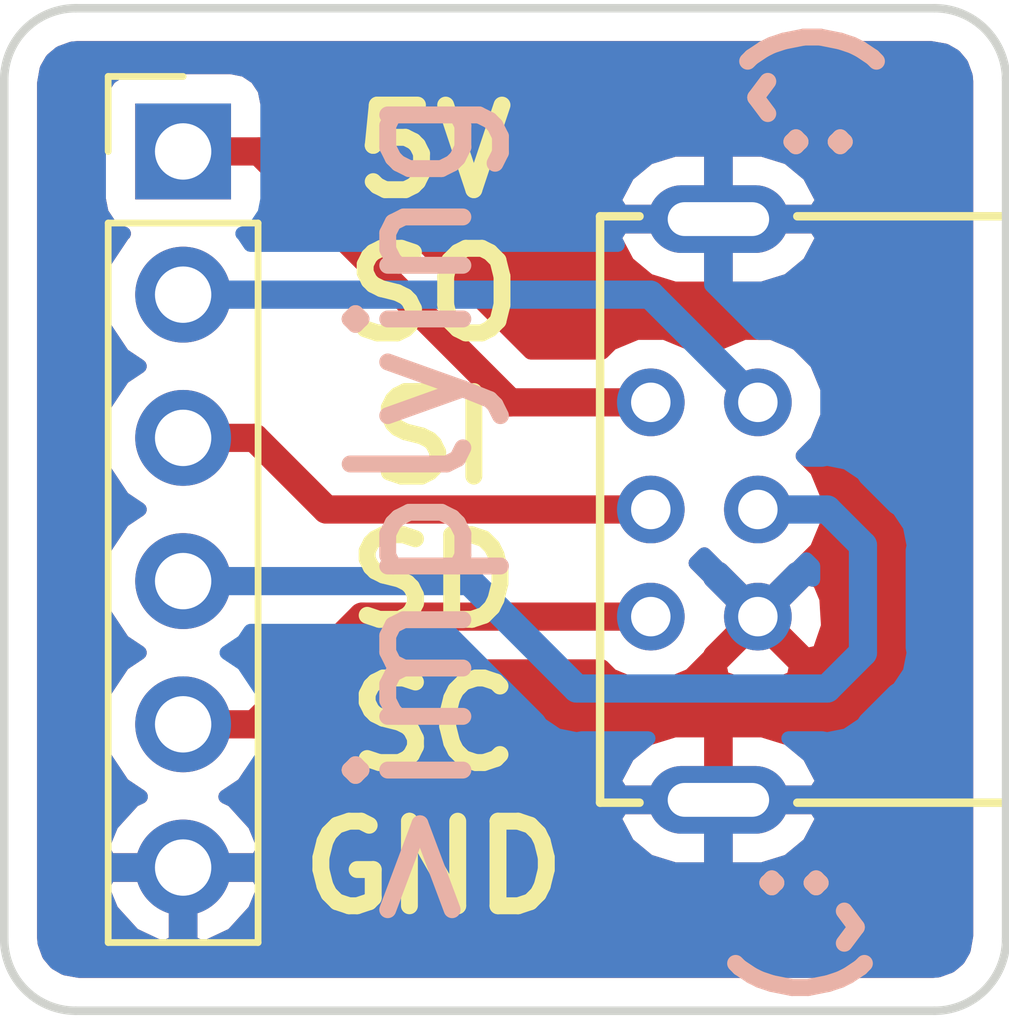
<source format=kicad_pcb>
(kicad_pcb (version 20171130) (host pcbnew 5.0.0)

  (general
    (thickness 1.6)
    (drawings 17)
    (tracks 18)
    (zones 0)
    (modules 2)
    (nets 7)
  )

  (page A4)
  (layers
    (0 F.Cu signal hide)
    (31 B.Cu signal hide)
    (32 B.Adhes user)
    (33 F.Adhes user)
    (34 B.Paste user)
    (35 F.Paste user)
    (36 B.SilkS user)
    (37 F.SilkS user)
    (38 B.Mask user)
    (39 F.Mask user)
    (40 Dwgs.User user)
    (41 Cmts.User user)
    (42 Eco1.User user)
    (43 Eco2.User user)
    (44 Edge.Cuts user)
    (45 Margin user)
    (46 B.CrtYd user)
    (47 F.CrtYd user)
    (48 B.Fab user)
    (49 F.Fab user)
  )

  (setup
    (last_trace_width 0.5)
    (trace_clearance 0.2)
    (zone_clearance 0.508)
    (zone_45_only no)
    (trace_min 0.2)
    (segment_width 0.2)
    (edge_width 0.15)
    (via_size 0.6)
    (via_drill 0.4)
    (via_min_size 0.4)
    (via_min_drill 0.3)
    (uvia_size 0.3)
    (uvia_drill 0.1)
    (uvias_allowed no)
    (uvia_min_size 0.2)
    (uvia_min_drill 0.1)
    (pcb_text_width 0.3)
    (pcb_text_size 1.5 1.5)
    (mod_edge_width 0.15)
    (mod_text_size 1 1)
    (mod_text_width 0.15)
    (pad_size 1.524 1.524)
    (pad_drill 0.762)
    (pad_to_mask_clearance 0.2)
    (aux_axis_origin 0 0)
    (visible_elements FFFFFF7F)
    (pcbplotparams
      (layerselection 0x010f0_ffffffff)
      (usegerberextensions false)
      (usegerberattributes false)
      (usegerberadvancedattributes false)
      (creategerberjobfile false)
      (excludeedgelayer true)
      (linewidth 0.100000)
      (plotframeref false)
      (viasonmask false)
      (mode 1)
      (useauxorigin false)
      (hpglpennumber 1)
      (hpglpenspeed 20)
      (hpglpendiameter 15.000000)
      (psnegative false)
      (psa4output false)
      (plotreference true)
      (plotvalue true)
      (plotinvisibletext false)
      (padsonsilk false)
      (subtractmaskfromsilk false)
      (outputformat 1)
      (mirror false)
      (drillshape 0)
      (scaleselection 1)
      (outputdirectory "output/"))
  )

  (net 0 "")
  (net 1 "Net-(J1-Pad1)")
  (net 2 "Net-(J1-Pad2)")
  (net 3 "Net-(J1-Pad3)")
  (net 4 "Net-(J1-Pad4)")
  (net 5 "Net-(J1-Pad5)")
  (net 6 "Net-(J1-Pad6)")

  (net_class Default "This is the default net class."
    (clearance 0.2)
    (trace_width 0.5)
    (via_dia 0.6)
    (via_drill 0.4)
    (uvia_dia 0.3)
    (uvia_drill 0.1)
    (add_net "Net-(J1-Pad1)")
    (add_net "Net-(J1-Pad2)")
    (add_net "Net-(J1-Pad3)")
    (add_net "Net-(J1-Pad4)")
    (add_net "Net-(J1-Pad5)")
    (add_net "Net-(J1-Pad6)")
  )

  (module Socket_Strips:Socket_Strip_Straight_1x06_Pitch2.54mm (layer F.Cu) (tedit 5AF36D6B) (tstamp 5AF365B7)
    (at 131.445 101.6)
    (descr "Through hole straight socket strip, 1x06, 2.54mm pitch, single row")
    (tags "Through hole socket strip THT 1x06 2.54mm single row")
    (path /5AF34A02)
    (fp_text reference J1 (at 0 -2.33) (layer Cmts.User)
      (effects (font (size 1 1) (thickness 0.15)))
    )
    (fp_text value Conn_01x06 (at 0 15.03) (layer F.Fab)
      (effects (font (size 1 1) (thickness 0.15)))
    )
    (fp_line (start -1.27 -1.27) (end -1.27 13.97) (layer F.Fab) (width 0.1))
    (fp_line (start -1.27 13.97) (end 1.27 13.97) (layer F.Fab) (width 0.1))
    (fp_line (start 1.27 13.97) (end 1.27 -1.27) (layer F.Fab) (width 0.1))
    (fp_line (start 1.27 -1.27) (end -1.27 -1.27) (layer F.Fab) (width 0.1))
    (fp_line (start -1.33 1.27) (end -1.33 14.03) (layer F.SilkS) (width 0.12))
    (fp_line (start -1.33 14.03) (end 1.33 14.03) (layer F.SilkS) (width 0.12))
    (fp_line (start 1.33 14.03) (end 1.33 1.27) (layer F.SilkS) (width 0.12))
    (fp_line (start 1.33 1.27) (end -1.33 1.27) (layer F.SilkS) (width 0.12))
    (fp_line (start -1.33 0) (end -1.33 -1.33) (layer F.SilkS) (width 0.12))
    (fp_line (start -1.33 -1.33) (end 0 -1.33) (layer F.SilkS) (width 0.12))
    (fp_line (start -1.8 -1.8) (end -1.8 14.5) (layer F.CrtYd) (width 0.05))
    (fp_line (start -1.8 14.5) (end 1.8 14.5) (layer F.CrtYd) (width 0.05))
    (fp_line (start 1.8 14.5) (end 1.8 -1.8) (layer F.CrtYd) (width 0.05))
    (fp_line (start 1.8 -1.8) (end -1.8 -1.8) (layer F.CrtYd) (width 0.05))
    (fp_text user %R (at 0 -2.33) (layer F.Fab)
      (effects (font (size 1 1) (thickness 0.15)))
    )
    (pad 1 thru_hole rect (at 0 0) (size 1.7 1.7) (drill 1) (layers *.Cu *.Mask)
      (net 1 "Net-(J1-Pad1)"))
    (pad 2 thru_hole oval (at 0 2.54) (size 1.7 1.7) (drill 1) (layers *.Cu *.Mask)
      (net 2 "Net-(J1-Pad2)"))
    (pad 3 thru_hole oval (at 0 5.08) (size 1.7 1.7) (drill 1) (layers *.Cu *.Mask)
      (net 3 "Net-(J1-Pad3)"))
    (pad 4 thru_hole oval (at 0 7.62) (size 1.7 1.7) (drill 1) (layers *.Cu *.Mask)
      (net 4 "Net-(J1-Pad4)"))
    (pad 5 thru_hole oval (at 0 10.16) (size 1.7 1.7) (drill 1) (layers *.Cu *.Mask)
      (net 5 "Net-(J1-Pad5)"))
    (pad 6 thru_hole oval (at 0 12.7) (size 1.7 1.7) (drill 1) (layers *.Cu *.Mask)
      (net 6 "Net-(J1-Pad6)"))
    (model ${KISYS3DMOD}/Socket_Strips.3dshapes/Socket_Strip_Straight_1x06_Pitch2.54mm.wrl
      (offset (xyz 0 -6.349999904632568 0))
      (scale (xyz 1 1 1))
      (rotate (xyz 0 0 270))
    )
  )

  (module LinkCablePort:USB3_A_Molex_48393-001 (layer F.Cu) (tedit 5AF36D59) (tstamp 5AF365D9)
    (at 144.145 107.95 270)
    (descr "USB 3.0, type A, right angle (http://www.molex.com/pdm_docs/sd/483930003_sd.pdf)")
    (tags "USB 3.0 type A right angle")
    (path /5AF3495A)
    (fp_text reference U1 (at 0 6.6 270) (layer Cmts.User)
      (effects (font (size 1 1) (thickness 0.15)))
    )
    (fp_text value LinkCablePort (at 0 -4.5 270) (layer F.Fab)
      (effects (font (size 1 1) (thickness 0.15)))
    )
    (fp_line (start -5.9 -3.5) (end -5.9 5.8) (layer F.CrtYd) (width 0.05))
    (fp_line (start 5.9 5.8) (end 5.9 -3.5) (layer F.CrtYd) (width 0.05))
    (fp_line (start 5.9 -3.5) (end -5.9 -3.5) (layer F.CrtYd) (width 0.05))
    (fp_line (start -5.9 5.8) (end 5.9 5.8) (layer F.CrtYd) (width 0.05))
    (fp_line (start 5.1 5.2) (end 5.1 -2.9) (layer F.Fab) (width 0.15))
    (fp_line (start 5.1 -2.9) (end -5.1 -2.9) (layer F.Fab) (width 0.15))
    (fp_line (start -5.1 -2.9) (end -5.1 5.2) (layer F.Fab) (width 0.15))
    (fp_line (start -5.1 5.2) (end 5.1 5.2) (layer F.Fab) (width 0.15))
    (fp_line (start 5.2 -3) (end 5.2 1.8) (layer F.SilkS) (width 0.15))
    (fp_line (start -5.2 -3) (end -5.2 1.8) (layer F.SilkS) (width 0.15))
    (fp_line (start -5.2 -3) (end 5.2 -3) (layer F.SilkS) (width 0.15))
    (fp_line (start 5.2 5.3) (end 5.2 4.6) (layer F.SilkS) (width 0.15))
    (fp_line (start -5.2 5.3) (end -5.2 4.6) (layer F.SilkS) (width 0.15))
    (fp_line (start -5.2 5.3) (end 5.2 5.3) (layer F.SilkS) (width 0.15))
    (fp_text user %R (at 0 6.6 270) (layer F.Fab)
      (effects (font (size 1 1) (thickness 0.15)))
    )
    (pad 1 thru_hole circle (at -1.9 4.4 270) (size 1.2 1.2) (drill 0.7) (layers *.Cu *.Mask)
      (net 1 "Net-(J1-Pad1)"))
    (pad 2 thru_hole circle (at -1.9 2.5 270) (size 1.2 1.2) (drill 0.7) (layers *.Cu *.Mask)
      (net 2 "Net-(J1-Pad2)"))
    (pad 3 thru_hole circle (at 0 4.4 270) (size 1.2 1.2) (drill 0.7) (layers *.Cu *.Mask)
      (net 3 "Net-(J1-Pad3)"))
    (pad 4 thru_hole circle (at 0 2.5 270) (size 1.2 1.2) (drill 0.7) (layers *.Cu *.Mask)
      (net 4 "Net-(J1-Pad4)"))
    (pad 5 thru_hole circle (at 1.9 4.4 270) (size 1.2 1.2) (drill 0.7) (layers *.Cu *.Mask)
      (net 5 "Net-(J1-Pad5)"))
    (pad 6 thru_hole circle (at 1.9 2.5 270) (size 1.2 1.2) (drill 0.7) (layers *.Cu *.Mask)
      (net 6 "Net-(J1-Pad6)"))
    (pad 6 thru_hole oval (at 5.15 3.2 270) (size 1.2 2.5) (drill oval 0.6 1.8) (layers *.Cu *.Mask)
      (net 6 "Net-(J1-Pad6)"))
    (pad 6 thru_hole oval (at -5.15 3.2 270) (size 1.2 2.5) (drill oval 0.6 1.8) (layers *.Cu *.Mask)
      (net 6 "Net-(J1-Pad6)"))
    (model ${KISYS3DMOD}/Connectors_USB.3dshapes/USB3_A_Molex_48393-001.wrl
      (at (xyz 0 0 0))
      (scale (xyz 1 1 1))
      (rotate (xyz 0 0 0))
    )
  )

  (gr_text >implying (at 135.5 108 90) (layer B.SilkS)
    (effects (font (size 2 2) (thickness 0.3)))
  )
  (gr_text ":^)" (at 142.5 115.5 270) (layer B.SilkS) (tstamp 5B9959CE)
    (effects (font (size 1.5 1.5) (thickness 0.3)))
  )
  (gr_text ":^)" (at 142.5 100.5 90) (layer B.SilkS)
    (effects (font (size 1.5 1.5) (thickness 0.3)))
  )
  (gr_line (start 129.54 99.06) (end 144.78 99.06) (layer Edge.Cuts) (width 0.15))
  (gr_line (start 128.27 115.57) (end 128.27 100.33) (layer Edge.Cuts) (width 0.15))
  (gr_line (start 144.78 116.84) (end 129.54 116.84) (layer Edge.Cuts) (width 0.15))
  (gr_line (start 146.05 100.33) (end 146.05 115.57) (layer Edge.Cuts) (width 0.15))
  (gr_arc (start 144.78 115.57) (end 146.05 115.57) (angle 90) (layer Edge.Cuts) (width 0.15))
  (gr_arc (start 129.54 115.57) (end 129.54 116.84) (angle 90) (layer Edge.Cuts) (width 0.15))
  (gr_arc (start 144.78 100.33) (end 144.78 99.06) (angle 90) (layer Edge.Cuts) (width 0.15))
  (gr_arc (start 129.54 100.33) (end 128.27 100.33) (angle 90) (layer Edge.Cuts) (width 0.15))
  (gr_text GND (at 135.89 114.3) (layer F.SilkS)
    (effects (font (size 1.5 1.5) (thickness 0.3)))
  )
  (gr_text SC (at 135.89 111.76) (layer F.SilkS)
    (effects (font (size 1.5 1.5) (thickness 0.3)))
  )
  (gr_text SD (at 135.89 109.22) (layer F.SilkS)
    (effects (font (size 1.5 1.5) (thickness 0.3)))
  )
  (gr_text SI (at 135.89 106.68) (layer F.SilkS)
    (effects (font (size 1.5 1.5) (thickness 0.3)))
  )
  (gr_text SO (at 135.89 104.14) (layer F.SilkS)
    (effects (font (size 1.5 1.5) (thickness 0.3)))
  )
  (gr_text "5V\n" (at 135.89 101.6) (layer F.SilkS)
    (effects (font (size 1.5 1.5) (thickness 0.3)))
  )

  (segment (start 131.445 101.6) (end 132.795 101.6) (width 0.5) (layer F.Cu) (net 1))
  (segment (start 132.795 101.6) (end 137.245 106.05) (width 0.5) (layer F.Cu) (net 1))
  (segment (start 137.245 106.05) (end 139.745 106.05) (width 0.5) (layer F.Cu) (net 1))
  (segment (start 131.445 104.14) (end 139.735 104.14) (width 0.5) (layer B.Cu) (net 2))
  (segment (start 139.735 104.14) (end 141.645 106.05) (width 0.5) (layer B.Cu) (net 2))
  (segment (start 132.715 106.68) (end 133.985 107.95) (width 0.5) (layer F.Cu) (net 3))
  (segment (start 133.985 107.95) (end 139.745 107.95) (width 0.5) (layer F.Cu) (net 3))
  (segment (start 131.445 106.68) (end 132.715 106.68) (width 0.5) (layer F.Cu) (net 3))
  (segment (start 142.875 107.95) (end 141.645 107.95) (width 0.5) (layer B.Cu) (net 4))
  (segment (start 143.51 108.585) (end 142.875 107.95) (width 0.5) (layer B.Cu) (net 4))
  (segment (start 143.51 110.49) (end 143.51 108.585) (width 0.5) (layer B.Cu) (net 4))
  (segment (start 142.875 111.125) (end 143.51 110.49) (width 0.5) (layer B.Cu) (net 4))
  (segment (start 138.43 111.125) (end 142.875 111.125) (width 0.5) (layer B.Cu) (net 4))
  (segment (start 136.525 109.22) (end 138.43 111.125) (width 0.5) (layer B.Cu) (net 4))
  (segment (start 131.445 109.22) (end 136.525 109.22) (width 0.5) (layer B.Cu) (net 4))
  (segment (start 132.715 111.76) (end 134.625 109.85) (width 0.5) (layer F.Cu) (net 5))
  (segment (start 134.625 109.85) (end 139.745 109.85) (width 0.5) (layer F.Cu) (net 5))
  (segment (start 131.445 111.76) (end 132.715 111.76) (width 0.5) (layer F.Cu) (net 5))

  (zone (net 6) (net_name "Net-(J1-Pad6)") (layer F.Cu) (tstamp 5B995A27) (hatch edge 0.508)
    (connect_pads (clearance 0.508))
    (min_thickness 0.254)
    (fill yes (arc_segments 16) (thermal_gap 0.508) (thermal_bridge_width 0.508))
    (polygon
      (pts
        (xy 146.05 116.84) (xy 146.05 99.06) (xy 128.27 99.06) (xy 128.27 116.84)
      )
    )
    (filled_polygon
      (pts
        (xy 144.967787 99.814065) (xy 145.13292 99.909405) (xy 145.255488 100.055477) (xy 145.331555 100.264465) (xy 145.34 100.360996)
        (xy 145.340001 115.507875) (xy 145.295935 115.757787) (xy 145.200596 115.922919) (xy 145.054524 116.045488) (xy 144.845532 116.121555)
        (xy 144.749004 116.13) (xy 129.602119 116.13) (xy 129.352213 116.085935) (xy 129.187081 115.990596) (xy 129.064512 115.844524)
        (xy 128.988445 115.635532) (xy 128.98 115.539004) (xy 128.98 114.65689) (xy 130.003524 114.65689) (xy 130.173355 115.066924)
        (xy 130.563642 115.495183) (xy 131.088108 115.741486) (xy 131.318 115.620819) (xy 131.318 114.427) (xy 131.572 114.427)
        (xy 131.572 115.620819) (xy 131.801892 115.741486) (xy 132.326358 115.495183) (xy 132.716645 115.066924) (xy 132.886476 114.65689)
        (xy 132.765155 114.427) (xy 131.572 114.427) (xy 131.318 114.427) (xy 130.124845 114.427) (xy 130.003524 114.65689)
        (xy 128.98 114.65689) (xy 128.98 104.14) (xy 129.930908 104.14) (xy 130.046161 104.719418) (xy 130.374375 105.210625)
        (xy 130.672761 105.41) (xy 130.374375 105.609375) (xy 130.046161 106.100582) (xy 129.930908 106.68) (xy 130.046161 107.259418)
        (xy 130.374375 107.750625) (xy 130.672761 107.95) (xy 130.374375 108.149375) (xy 130.046161 108.640582) (xy 129.930908 109.22)
        (xy 130.046161 109.799418) (xy 130.374375 110.290625) (xy 130.672761 110.49) (xy 130.374375 110.689375) (xy 130.046161 111.180582)
        (xy 129.930908 111.76) (xy 130.046161 112.339418) (xy 130.374375 112.830625) (xy 130.693478 113.043843) (xy 130.563642 113.104817)
        (xy 130.173355 113.533076) (xy 130.003524 113.94311) (xy 130.124845 114.173) (xy 131.318 114.173) (xy 131.318 114.153)
        (xy 131.572 114.153) (xy 131.572 114.173) (xy 132.765155 114.173) (xy 132.886476 113.94311) (xy 132.716645 113.533076)
        (xy 132.611416 113.417609) (xy 139.101538 113.417609) (xy 139.105408 113.455281) (xy 139.33192 113.883474) (xy 139.705053 114.19239)
        (xy 140.168 114.335) (xy 140.818 114.335) (xy 140.818 113.227) (xy 141.072 113.227) (xy 141.072 114.335)
        (xy 141.722 114.335) (xy 142.184947 114.19239) (xy 142.55808 113.883474) (xy 142.784592 113.455281) (xy 142.788462 113.417609)
        (xy 142.663731 113.227) (xy 141.072 113.227) (xy 140.818 113.227) (xy 139.226269 113.227) (xy 139.101538 113.417609)
        (xy 132.611416 113.417609) (xy 132.326358 113.104817) (xy 132.196522 113.043843) (xy 132.515625 112.830625) (xy 132.547853 112.782391)
        (xy 139.101538 112.782391) (xy 139.226269 112.973) (xy 140.818 112.973) (xy 140.818 111.865) (xy 141.072 111.865)
        (xy 141.072 112.973) (xy 142.663731 112.973) (xy 142.788462 112.782391) (xy 142.784592 112.744719) (xy 142.55808 112.316526)
        (xy 142.184947 112.00761) (xy 141.722 111.865) (xy 141.072 111.865) (xy 140.818 111.865) (xy 140.168 111.865)
        (xy 139.705053 112.00761) (xy 139.33192 112.316526) (xy 139.105408 112.744719) (xy 139.101538 112.782391) (xy 132.547853 112.782391)
        (xy 132.638269 112.647075) (xy 132.715 112.662337) (xy 132.802161 112.645) (xy 132.802165 112.645) (xy 133.06031 112.593652)
        (xy 133.353049 112.398049) (xy 133.402425 112.324153) (xy 134.991579 110.735) (xy 138.883447 110.735) (xy 139.045429 110.896982)
        (xy 139.499343 111.085) (xy 139.990657 111.085) (xy 140.444571 110.896982) (xy 140.628818 110.712735) (xy 140.96187 110.712735)
        (xy 141.011383 110.938164) (xy 141.476036 111.097807) (xy 141.966413 111.067482) (xy 142.278617 110.938164) (xy 142.32813 110.712735)
        (xy 141.645 110.029605) (xy 140.96187 110.712735) (xy 140.628818 110.712735) (xy 140.791982 110.549571) (xy 140.810479 110.504916)
        (xy 141.465395 109.85) (xy 141.824605 109.85) (xy 142.507735 110.53313) (xy 142.733164 110.483617) (xy 142.892807 110.018964)
        (xy 142.862482 109.528587) (xy 142.733164 109.216383) (xy 142.507735 109.16687) (xy 141.824605 109.85) (xy 141.465395 109.85)
        (xy 140.810479 109.195084) (xy 140.791982 109.150429) (xy 140.541553 108.9) (xy 140.695 108.746553) (xy 140.945429 108.996982)
        (xy 140.990084 109.015479) (xy 141.645 109.670395) (xy 142.299916 109.015479) (xy 142.344571 108.996982) (xy 142.691982 108.649571)
        (xy 142.88 108.195657) (xy 142.88 107.704343) (xy 142.691982 107.250429) (xy 142.441553 107) (xy 142.691982 106.749571)
        (xy 142.88 106.295657) (xy 142.88 105.804343) (xy 142.691982 105.350429) (xy 142.344571 105.003018) (xy 141.890657 104.815)
        (xy 141.399343 104.815) (xy 140.945429 105.003018) (xy 140.695 105.253447) (xy 140.444571 105.003018) (xy 139.990657 104.815)
        (xy 139.499343 104.815) (xy 139.045429 105.003018) (xy 138.883447 105.165) (xy 137.611579 105.165) (xy 135.564188 103.117609)
        (xy 139.101538 103.117609) (xy 139.105408 103.155281) (xy 139.33192 103.583474) (xy 139.705053 103.89239) (xy 140.168 104.035)
        (xy 140.818 104.035) (xy 140.818 102.927) (xy 141.072 102.927) (xy 141.072 104.035) (xy 141.722 104.035)
        (xy 142.184947 103.89239) (xy 142.55808 103.583474) (xy 142.784592 103.155281) (xy 142.788462 103.117609) (xy 142.663731 102.927)
        (xy 141.072 102.927) (xy 140.818 102.927) (xy 139.226269 102.927) (xy 139.101538 103.117609) (xy 135.564188 103.117609)
        (xy 134.92897 102.482391) (xy 139.101538 102.482391) (xy 139.226269 102.673) (xy 140.818 102.673) (xy 140.818 101.565)
        (xy 141.072 101.565) (xy 141.072 102.673) (xy 142.663731 102.673) (xy 142.788462 102.482391) (xy 142.784592 102.444719)
        (xy 142.55808 102.016526) (xy 142.184947 101.70761) (xy 141.722 101.565) (xy 141.072 101.565) (xy 140.818 101.565)
        (xy 140.168 101.565) (xy 139.705053 101.70761) (xy 139.33192 102.016526) (xy 139.105408 102.444719) (xy 139.101538 102.482391)
        (xy 134.92897 102.482391) (xy 133.482425 101.035847) (xy 133.433049 100.961951) (xy 133.14031 100.766348) (xy 132.937674 100.726041)
        (xy 132.893157 100.502235) (xy 132.752809 100.292191) (xy 132.542765 100.151843) (xy 132.295 100.10256) (xy 130.595 100.10256)
        (xy 130.347235 100.151843) (xy 130.137191 100.292191) (xy 129.996843 100.502235) (xy 129.94756 100.75) (xy 129.94756 102.45)
        (xy 129.996843 102.697765) (xy 130.137191 102.907809) (xy 130.347235 103.048157) (xy 130.392619 103.057184) (xy 130.374375 103.069375)
        (xy 130.046161 103.560582) (xy 129.930908 104.14) (xy 128.98 104.14) (xy 128.98 100.392119) (xy 129.024065 100.142213)
        (xy 129.119405 99.97708) (xy 129.265477 99.854512) (xy 129.474465 99.778445) (xy 129.570996 99.77) (xy 144.717881 99.77)
      )
    )
  )
  (zone (net 6) (net_name "Net-(J1-Pad6)") (layer B.Cu) (tstamp 5B995A24) (hatch edge 0.508)
    (connect_pads (clearance 0.508))
    (min_thickness 0.254)
    (fill yes (arc_segments 16) (thermal_gap 0.508) (thermal_bridge_width 0.508))
    (polygon
      (pts
        (xy 128.27 99.06) (xy 146.05 99.06) (xy 146.05 116.84) (xy 128.27 116.84)
      )
    )
    (filled_polygon
      (pts
        (xy 144.967787 99.814065) (xy 145.13292 99.909405) (xy 145.255488 100.055477) (xy 145.331555 100.264465) (xy 145.34 100.360996)
        (xy 145.340001 115.507875) (xy 145.295935 115.757787) (xy 145.200596 115.922919) (xy 145.054524 116.045488) (xy 144.845532 116.121555)
        (xy 144.749004 116.13) (xy 129.602119 116.13) (xy 129.352213 116.085935) (xy 129.187081 115.990596) (xy 129.064512 115.844524)
        (xy 128.988445 115.635532) (xy 128.98 115.539004) (xy 128.98 114.65689) (xy 130.003524 114.65689) (xy 130.173355 115.066924)
        (xy 130.563642 115.495183) (xy 131.088108 115.741486) (xy 131.318 115.620819) (xy 131.318 114.427) (xy 131.572 114.427)
        (xy 131.572 115.620819) (xy 131.801892 115.741486) (xy 132.326358 115.495183) (xy 132.716645 115.066924) (xy 132.886476 114.65689)
        (xy 132.765155 114.427) (xy 131.572 114.427) (xy 131.318 114.427) (xy 130.124845 114.427) (xy 130.003524 114.65689)
        (xy 128.98 114.65689) (xy 128.98 104.14) (xy 129.930908 104.14) (xy 130.046161 104.719418) (xy 130.374375 105.210625)
        (xy 130.672761 105.41) (xy 130.374375 105.609375) (xy 130.046161 106.100582) (xy 129.930908 106.68) (xy 130.046161 107.259418)
        (xy 130.374375 107.750625) (xy 130.672761 107.95) (xy 130.374375 108.149375) (xy 130.046161 108.640582) (xy 129.930908 109.22)
        (xy 130.046161 109.799418) (xy 130.374375 110.290625) (xy 130.672761 110.49) (xy 130.374375 110.689375) (xy 130.046161 111.180582)
        (xy 129.930908 111.76) (xy 130.046161 112.339418) (xy 130.374375 112.830625) (xy 130.693478 113.043843) (xy 130.563642 113.104817)
        (xy 130.173355 113.533076) (xy 130.003524 113.94311) (xy 130.124845 114.173) (xy 131.318 114.173) (xy 131.318 114.153)
        (xy 131.572 114.153) (xy 131.572 114.173) (xy 132.765155 114.173) (xy 132.886476 113.94311) (xy 132.716645 113.533076)
        (xy 132.611416 113.417609) (xy 139.101538 113.417609) (xy 139.105408 113.455281) (xy 139.33192 113.883474) (xy 139.705053 114.19239)
        (xy 140.168 114.335) (xy 140.818 114.335) (xy 140.818 113.227) (xy 141.072 113.227) (xy 141.072 114.335)
        (xy 141.722 114.335) (xy 142.184947 114.19239) (xy 142.55808 113.883474) (xy 142.784592 113.455281) (xy 142.788462 113.417609)
        (xy 142.663731 113.227) (xy 141.072 113.227) (xy 140.818 113.227) (xy 139.226269 113.227) (xy 139.101538 113.417609)
        (xy 132.611416 113.417609) (xy 132.326358 113.104817) (xy 132.196522 113.043843) (xy 132.515625 112.830625) (xy 132.843839 112.339418)
        (xy 132.959092 111.76) (xy 132.843839 111.180582) (xy 132.515625 110.689375) (xy 132.217239 110.49) (xy 132.515625 110.290625)
        (xy 132.639656 110.105) (xy 136.158422 110.105) (xy 137.742577 111.689156) (xy 137.791951 111.763049) (xy 137.865844 111.812423)
        (xy 137.865845 111.812424) (xy 138.08469 111.958652) (xy 138.342835 112.01) (xy 138.342839 112.01) (xy 138.43 112.027337)
        (xy 138.517161 112.01) (xy 139.702166 112.01) (xy 139.33192 112.316526) (xy 139.105408 112.744719) (xy 139.101538 112.782391)
        (xy 139.226269 112.973) (xy 140.818 112.973) (xy 140.818 112.953) (xy 141.072 112.953) (xy 141.072 112.973)
        (xy 142.663731 112.973) (xy 142.788462 112.782391) (xy 142.784592 112.744719) (xy 142.55808 112.316526) (xy 142.187834 112.01)
        (xy 142.787839 112.01) (xy 142.875 112.027337) (xy 142.962161 112.01) (xy 142.962165 112.01) (xy 143.22031 111.958652)
        (xy 143.513049 111.763049) (xy 143.562425 111.689154) (xy 144.074156 111.177423) (xy 144.148049 111.128049) (xy 144.343652 110.83531)
        (xy 144.395 110.577165) (xy 144.395 110.577161) (xy 144.412337 110.49) (xy 144.395 110.402839) (xy 144.395 108.672161)
        (xy 144.412337 108.585) (xy 144.395 108.497839) (xy 144.395 108.497835) (xy 144.343652 108.23969) (xy 144.31423 108.195657)
        (xy 144.197424 108.020845) (xy 144.197423 108.020844) (xy 144.148049 107.946951) (xy 144.074156 107.897577) (xy 143.562425 107.385846)
        (xy 143.513049 107.311951) (xy 143.22031 107.116348) (xy 142.962165 107.065) (xy 142.962161 107.065) (xy 142.875 107.047663)
        (xy 142.787839 107.065) (xy 142.506553 107.065) (xy 142.441553 107) (xy 142.691982 106.749571) (xy 142.88 106.295657)
        (xy 142.88 105.804343) (xy 142.691982 105.350429) (xy 142.344571 105.003018) (xy 141.890657 104.815) (xy 141.661579 104.815)
        (xy 140.818 103.971422) (xy 140.818 102.927) (xy 141.072 102.927) (xy 141.072 104.035) (xy 141.722 104.035)
        (xy 142.184947 103.89239) (xy 142.55808 103.583474) (xy 142.784592 103.155281) (xy 142.788462 103.117609) (xy 142.663731 102.927)
        (xy 141.072 102.927) (xy 140.818 102.927) (xy 139.226269 102.927) (xy 139.101538 103.117609) (xy 139.105408 103.155281)
        (xy 139.158159 103.255) (xy 132.639656 103.255) (xy 132.515625 103.069375) (xy 132.497381 103.057184) (xy 132.542765 103.048157)
        (xy 132.752809 102.907809) (xy 132.893157 102.697765) (xy 132.935997 102.482391) (xy 139.101538 102.482391) (xy 139.226269 102.673)
        (xy 140.818 102.673) (xy 140.818 101.565) (xy 141.072 101.565) (xy 141.072 102.673) (xy 142.663731 102.673)
        (xy 142.788462 102.482391) (xy 142.784592 102.444719) (xy 142.55808 102.016526) (xy 142.184947 101.70761) (xy 141.722 101.565)
        (xy 141.072 101.565) (xy 140.818 101.565) (xy 140.168 101.565) (xy 139.705053 101.70761) (xy 139.33192 102.016526)
        (xy 139.105408 102.444719) (xy 139.101538 102.482391) (xy 132.935997 102.482391) (xy 132.94244 102.45) (xy 132.94244 100.75)
        (xy 132.893157 100.502235) (xy 132.752809 100.292191) (xy 132.542765 100.151843) (xy 132.295 100.10256) (xy 130.595 100.10256)
        (xy 130.347235 100.151843) (xy 130.137191 100.292191) (xy 129.996843 100.502235) (xy 129.94756 100.75) (xy 129.94756 102.45)
        (xy 129.996843 102.697765) (xy 130.137191 102.907809) (xy 130.347235 103.048157) (xy 130.392619 103.057184) (xy 130.374375 103.069375)
        (xy 130.046161 103.560582) (xy 129.930908 104.14) (xy 128.98 104.14) (xy 128.98 100.392119) (xy 129.024065 100.142213)
        (xy 129.119405 99.97708) (xy 129.265477 99.854512) (xy 129.474465 99.778445) (xy 129.570996 99.77) (xy 144.717881 99.77)
      )
    )
    (filled_polygon
      (pts
        (xy 140.945429 108.996982) (xy 140.990084 109.015479) (xy 141.645 109.670395) (xy 142.299916 109.015479) (xy 142.344571 108.996982)
        (xy 142.506553 108.835) (xy 142.508422 108.835) (xy 142.625001 108.951579) (xy 142.625001 109.192626) (xy 142.507735 109.16687)
        (xy 141.824605 109.85) (xy 141.838748 109.864143) (xy 141.659143 110.043748) (xy 141.645 110.029605) (xy 141.630858 110.043748)
        (xy 141.451253 109.864143) (xy 141.465395 109.85) (xy 140.810479 109.195084) (xy 140.791982 109.150429) (xy 140.541553 108.9)
        (xy 140.695 108.746553)
      )
    )
  )
)

</source>
